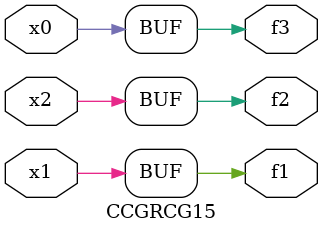
<source format=v>
module CCGRCG15(
	input x0, x1, x2,
	output f1, f2, f3
);
	assign f1 = x1;
	assign f2 = x2;
	assign f3 = x0;
endmodule

</source>
